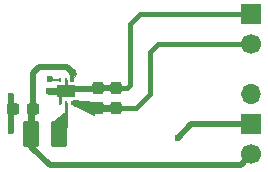
<source format=gtl>
G04 #@! TF.GenerationSoftware,KiCad,Pcbnew,8.0.5*
G04 #@! TF.CreationDate,2024-09-21T11:01:10+02:00*
G04 #@! TF.ProjectId,XC9148-breakout,58433931-3438-42d6-9272-65616b6f7574,rev?*
G04 #@! TF.SameCoordinates,Original*
G04 #@! TF.FileFunction,Copper,L1,Top*
G04 #@! TF.FilePolarity,Positive*
%FSLAX46Y46*%
G04 Gerber Fmt 4.6, Leading zero omitted, Abs format (unit mm)*
G04 Created by KiCad (PCBNEW 8.0.5) date 2024-09-21 11:01:10*
%MOMM*%
%LPD*%
G01*
G04 APERTURE LIST*
G04 Aperture macros list*
%AMRoundRect*
0 Rectangle with rounded corners*
0 $1 Rounding radius*
0 $2 $3 $4 $5 $6 $7 $8 $9 X,Y pos of 4 corners*
0 Add a 4 corners polygon primitive as box body*
4,1,4,$2,$3,$4,$5,$6,$7,$8,$9,$2,$3,0*
0 Add four circle primitives for the rounded corners*
1,1,$1+$1,$2,$3*
1,1,$1+$1,$4,$5*
1,1,$1+$1,$6,$7*
1,1,$1+$1,$8,$9*
0 Add four rect primitives between the rounded corners*
20,1,$1+$1,$2,$3,$4,$5,0*
20,1,$1+$1,$4,$5,$6,$7,0*
20,1,$1+$1,$6,$7,$8,$9,0*
20,1,$1+$1,$8,$9,$2,$3,0*%
G04 Aperture macros list end*
G04 #@! TA.AperFunction,Conductor*
%ADD10C,0.001000*%
G04 #@! TD*
G04 #@! TA.AperFunction,ComponentPad*
%ADD11C,1.700000*%
G04 #@! TD*
G04 #@! TA.AperFunction,ComponentPad*
%ADD12R,1.700000X1.700000*%
G04 #@! TD*
G04 #@! TA.AperFunction,ComponentPad*
%ADD13O,1.700000X1.700000*%
G04 #@! TD*
G04 #@! TA.AperFunction,SMDPad,CuDef*
%ADD14RoundRect,0.250001X0.462499X0.849999X-0.462499X0.849999X-0.462499X-0.849999X0.462499X-0.849999X0*%
G04 #@! TD*
G04 #@! TA.AperFunction,SMDPad,CuDef*
%ADD15RoundRect,0.237500X0.237500X-0.300000X0.237500X0.300000X-0.237500X0.300000X-0.237500X-0.300000X0*%
G04 #@! TD*
G04 #@! TA.AperFunction,SMDPad,CuDef*
%ADD16RoundRect,0.237500X-0.300000X-0.237500X0.300000X-0.237500X0.300000X0.237500X-0.300000X0.237500X0*%
G04 #@! TD*
G04 #@! TA.AperFunction,SMDPad,CuDef*
%ADD17R,0.350000X0.450000*%
G04 #@! TD*
G04 #@! TA.AperFunction,SMDPad,CuDef*
%ADD18R,0.250000X0.450000*%
G04 #@! TD*
G04 #@! TA.AperFunction,SMDPad,CuDef*
%ADD19R,1.600000X1.000000*%
G04 #@! TD*
G04 #@! TA.AperFunction,SMDPad,CuDef*
%ADD20R,0.100000X0.900000*%
G04 #@! TD*
G04 #@! TA.AperFunction,ViaPad*
%ADD21C,0.600000*%
G04 #@! TD*
G04 #@! TA.AperFunction,Conductor*
%ADD22C,0.500000*%
G04 #@! TD*
G04 #@! TA.AperFunction,Conductor*
%ADD23C,0.400000*%
G04 #@! TD*
G04 #@! TA.AperFunction,Conductor*
%ADD24C,0.600000*%
G04 #@! TD*
G04 #@! TA.AperFunction,Conductor*
%ADD25C,0.200000*%
G04 #@! TD*
G04 #@! TA.AperFunction,Conductor*
%ADD26C,0.250000*%
G04 #@! TD*
G04 APERTURE END LIST*
D10*
X102500000Y-59570000D02*
X102540000Y-59840000D01*
X102430000Y-60100000D01*
X102090000Y-60100000D01*
X101980000Y-59680000D01*
X102380000Y-59410000D01*
X102500000Y-59570000D01*
G04 #@! TA.AperFunction,Conductor*
G36*
X102500000Y-59570000D02*
G01*
X102540000Y-59840000D01*
X102430000Y-60100000D01*
X102090000Y-60100000D01*
X101980000Y-59680000D01*
X102380000Y-59410000D01*
X102500000Y-59570000D01*
G37*
G04 #@! TD.AperFunction*
X104180000Y-62210000D02*
X104110000Y-63260000D01*
X102330000Y-62490000D01*
X102330000Y-62050000D01*
X104180000Y-62210000D01*
G04 #@! TA.AperFunction,Conductor*
G36*
X104180000Y-62210000D02*
G01*
X104110000Y-63260000D01*
X102330000Y-62490000D01*
X102330000Y-62050000D01*
X104180000Y-62210000D01*
G37*
G04 #@! TD.AperFunction*
D11*
X117410000Y-66630000D03*
D12*
X117410000Y-64090000D03*
D13*
X117410000Y-61550000D03*
D11*
X117410000Y-57280000D03*
D12*
X117410000Y-54740000D03*
D14*
X101120000Y-64930000D03*
X98795000Y-64930000D03*
D15*
X105940000Y-62745000D03*
X105940000Y-61020000D03*
D16*
X97207500Y-62790000D03*
X98932500Y-62790000D03*
D15*
X104420000Y-62740000D03*
X104420000Y-61015000D03*
D17*
X102260000Y-60320000D03*
D18*
X101710000Y-60320000D03*
X101210000Y-60320000D03*
X101210000Y-62270000D03*
X101710000Y-62270000D03*
X102210000Y-62270000D03*
D19*
X101710000Y-61295000D03*
D20*
X102560000Y-61295000D03*
X100860000Y-61295000D03*
D21*
X100290000Y-61290000D03*
X97030000Y-61660000D03*
X111220000Y-65210000D03*
X97030000Y-64690000D03*
X100340000Y-60280000D03*
D22*
X111220000Y-65210000D02*
X112340000Y-64090000D01*
X112340000Y-64090000D02*
X117410000Y-64090000D01*
X98795000Y-65975000D02*
X100350000Y-67530000D01*
X100350000Y-67530000D02*
X116510000Y-67530000D01*
X116510000Y-67530000D02*
X117410000Y-66630000D01*
D23*
X109540000Y-57270000D02*
X109550000Y-57280000D01*
X109550000Y-57280000D02*
X117410000Y-57280000D01*
X108000000Y-54740000D02*
X117410000Y-54740000D01*
X105940000Y-61020000D02*
X106900000Y-61020000D01*
X107170000Y-60750000D02*
X107170000Y-55570000D01*
X106900000Y-61020000D02*
X107170000Y-60750000D01*
X107170000Y-55570000D02*
X108000000Y-54740000D01*
X105940000Y-62745000D02*
X107665000Y-62745000D01*
X108860000Y-61550000D02*
X108860000Y-57950000D01*
X107665000Y-62745000D02*
X108860000Y-61550000D01*
X108860000Y-57950000D02*
X109540000Y-57270000D01*
D22*
X101840000Y-59210000D02*
X102260000Y-59630000D01*
X99470000Y-59210000D02*
X101840000Y-59210000D01*
D24*
X98795000Y-64930000D02*
X98795000Y-62927500D01*
D25*
X98795000Y-62927500D02*
X98932500Y-62790000D01*
D22*
X98932500Y-59747500D02*
X99470000Y-59210000D01*
D25*
X102290000Y-60290000D02*
X102260000Y-60320000D01*
D23*
X98795000Y-64930000D02*
X98795000Y-65975000D01*
X117380000Y-66630000D02*
X117310000Y-66700000D01*
D25*
X99000000Y-64725000D02*
X98795000Y-64930000D01*
D22*
X98932500Y-62790000D02*
X98932500Y-59747500D01*
D23*
X117410000Y-66630000D02*
X117380000Y-66630000D01*
D22*
X97030000Y-62967500D02*
X97207500Y-62790000D01*
X97030000Y-64690000D02*
X97030000Y-62967500D01*
D25*
X97030000Y-62612500D02*
X97207500Y-62790000D01*
D23*
X105935000Y-61015000D02*
X105940000Y-61020000D01*
D25*
X101210000Y-61795000D02*
X101710000Y-61295000D01*
D22*
X102472500Y-61090000D02*
X104335000Y-61090000D01*
D23*
X104335000Y-61100000D02*
X104420000Y-61015000D01*
D26*
X101210000Y-62270000D02*
X101210000Y-61795000D01*
D25*
X101705000Y-61290000D02*
X101710000Y-61295000D01*
X101705000Y-61300000D02*
X101710000Y-61295000D01*
D24*
X100290000Y-61290000D02*
X101705000Y-61290000D01*
D22*
X104420000Y-61015000D02*
X105935000Y-61015000D01*
D26*
X101710000Y-60320000D02*
X101710000Y-61295000D01*
D22*
X97030000Y-61660000D02*
X97030000Y-62612500D01*
D24*
X104420000Y-62740000D02*
X105935000Y-62740000D01*
D25*
X105935000Y-62740000D02*
X105940000Y-62745000D01*
X101710000Y-64335000D02*
X101115000Y-64930000D01*
D26*
X101710000Y-62270000D02*
X101710000Y-64335000D01*
D25*
X100380000Y-60320000D02*
X100340000Y-60280000D01*
X101210000Y-60320000D02*
X100380000Y-60320000D01*
G04 #@! TA.AperFunction,Conductor*
G36*
X101831557Y-63161225D02*
G01*
X101834984Y-63169498D01*
X101834984Y-63169513D01*
X101832517Y-65032695D01*
X101829079Y-65040964D01*
X101820802Y-65044380D01*
X101818946Y-65044229D01*
X101126877Y-64932114D01*
X101119258Y-64927409D01*
X101117704Y-64924427D01*
X100738177Y-63837861D01*
X100738684Y-63828924D01*
X100741961Y-63824832D01*
X101581809Y-63160323D01*
X101589069Y-63157798D01*
X101823284Y-63157798D01*
X101831557Y-63161225D01*
G37*
G04 #@! TD.AperFunction*
M02*

</source>
